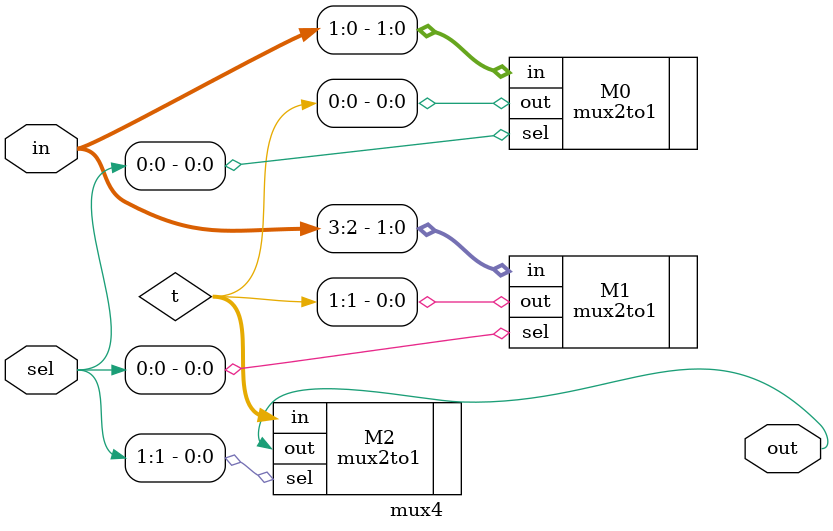
<source format=v>
`include "mux2to1.v"
module mux4(in,sel,out);
input [3:0]in;
input [1:0]sel;
output out;
wire[1:0]t;
mux2to1 M0(.in(in[1:0]),.out(t[0]),.sel(sel[0]));
mux2to1 M1(.in(in[3:2]),.out(t[1]),.sel(sel[0]));
mux2to1 M2(.in(t),.out(out),.sel(sel[1]));

endmodule

</source>
